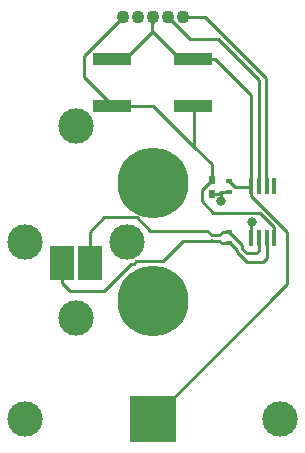
<source format=gbr>
%TF.GenerationSoftware,KiCad,Pcbnew,(6.99.0-1656-g034b57d9c0)*%
%TF.CreationDate,2022-05-27T10:29:39-07:00*%
%TF.ProjectId,GymTimer,47796d54-696d-4657-922e-6b696361645f,rev?*%
%TF.SameCoordinates,Original*%
%TF.FileFunction,Copper,L1,Top*%
%TF.FilePolarity,Positive*%
%FSLAX46Y46*%
G04 Gerber Fmt 4.6, Leading zero omitted, Abs format (unit mm)*
G04 Created by KiCad (PCBNEW (6.99.0-1656-g034b57d9c0)) date 2022-05-27 10:29:39*
%MOMM*%
%LPD*%
G01*
G04 APERTURE LIST*
G04 Aperture macros list*
%AMOutline4P*
0 Free polygon, 4 corners , with rotation*
0 The origin of the aperture is its center*
0 number of corners: always 4*
0 $1 to $8 corner X, Y*
0 $9 Rotation angle, in degrees counterclockwise*
0 create outline with 4 corners*
4,1,4,$1,$2,$3,$4,$5,$6,$7,$8,$1,$2,$9*%
G04 Aperture macros list end*
%TA.AperFunction,SMDPad,CuDef*%
%ADD10R,0.600000X0.450000*%
%TD*%
%TA.AperFunction,SMDPad,CuDef*%
%ADD11R,0.610000X0.635000*%
%TD*%
%TA.AperFunction,ComponentPad*%
%ADD12C,3.000000*%
%TD*%
%TA.AperFunction,SMDPad,CuDef*%
%ADD13R,2.000000X3.000000*%
%TD*%
%TA.AperFunction,SMDPad,CuDef*%
%ADD14R,0.450000X1.450000*%
%TD*%
%TA.AperFunction,SMDPad,CuDef*%
%ADD15R,3.200000X1.000000*%
%TD*%
%TA.AperFunction,ComponentPad*%
%ADD16C,1.100000*%
%TD*%
%TA.AperFunction,SMDPad,CuDef*%
%ADD17Outline4P,-1.980000X1.980000X1.980000X1.980000X1.980000X-1.980000X-1.980000X-1.980000X0.000000*%
%TD*%
%TA.AperFunction,SMDPad,CuDef*%
%ADD18R,0.280000X0.200000*%
%TD*%
%TA.AperFunction,ComponentPad*%
%ADD19C,6.000000*%
%TD*%
%TA.AperFunction,ViaPad*%
%ADD20C,0.800000*%
%TD*%
%TA.AperFunction,Conductor*%
%ADD21C,0.250000*%
%TD*%
G04 APERTURE END LIST*
D10*
%TO.P,C1,1,1*%
%TO.N,3V*%
X114449999Y-94999999D03*
%TO.P,C1,2,2*%
%TO.N,GND*%
X114449999Y-94049999D03*
%TD*%
D11*
%TO.P,R1,1,1*%
%TO.N,3V*%
X112949999Y-95146999D03*
%TO.P,R1,2,2*%
%TO.N,Net-(P1-Pad1)*%
X112949999Y-93952999D03*
%TD*%
D10*
%TO.P,C2,1,1*%
%TO.N,Net-(C2-Pad1)*%
X114449999Y-99334999D03*
%TO.P,C2,2,2*%
%TO.N,Net-(C2-Pad2)*%
X114449999Y-98384999D03*
%TD*%
D12*
%TO.P,M1,*%
%TO.N,*%
X97150000Y-99200000D03*
X101450000Y-89400000D03*
X101450000Y-105700000D03*
X105750000Y-99200000D03*
D13*
%TO.P,M1,1,+*%
%TO.N,Net-(C2-Pad2)*%
X102649999Y-100999999D03*
%TO.P,M1,2,-*%
%TO.N,Net-(C2-Pad1)*%
X100249999Y-100999999D03*
%TD*%
D14*
%TO.P,U1,1,VDD*%
%TO.N,3V*%
X116299999Y-98899999D03*
%TO.P,U1,2,RA5*%
%TO.N,Net-(C2-Pad2)*%
X116949999Y-98899999D03*
%TO.P,U1,3,RA4*%
%TO.N,Net-(C2-Pad1)*%
X117599999Y-98899999D03*
%TO.P,U1,4,RA3/MCLR/VPP*%
%TO.N,Net-(P1-Pad1)*%
X118249999Y-98899999D03*
%TO.P,U1,5,RA2*%
%TO.N,Net-(U1-Pad5)*%
X118249999Y-94499999D03*
%TO.P,U1,6,RA1/ICSPCLK*%
%TO.N,Net-(P1-Pad5)*%
X117599999Y-94499999D03*
%TO.P,U1,7,RA0/ICSPDAT*%
%TO.N,Net-(P1-Pad4)*%
X116949999Y-94499999D03*
%TO.P,U1,8,VSS*%
%TO.N,GND*%
X116299999Y-94499999D03*
%TD*%
D15*
%TO.P,S1,1,A*%
%TO.N,GND*%
X111349999Y-83699999D03*
%TO.P,S1,2,A*%
X104549999Y-83699999D03*
%TO.P,S1,3,B*%
%TO.N,Net-(P1-Pad1)*%
X111349999Y-87699999D03*
%TO.P,S1,4,B*%
X104549999Y-87699999D03*
%TD*%
D16*
%TO.P,P1,1,MCLR_N*%
%TO.N,Net-(P1-Pad1)*%
X105410000Y-80200000D03*
%TO.P,P1,2,VDD*%
%TO.N,3V*%
X106680000Y-80200000D03*
%TO.P,P1,3,GND*%
%TO.N,GND*%
X107950000Y-80200000D03*
%TO.P,P1,4,PGD*%
%TO.N,Net-(P1-Pad4)*%
X109220000Y-80200000D03*
%TO.P,P1,5,PGC*%
%TO.N,Net-(P1-Pad5)*%
X110490000Y-80200000D03*
%TD*%
D12*
%TO.P,BT1,1,+*%
%TO.N,3V*%
X97150000Y-114200000D03*
X118750000Y-114200000D03*
D17*
%TO.P,BT1,2,-*%
%TO.N,GND*%
X107949999Y-114199999D03*
%TD*%
D18*
%TO.P,D1,1,1*%
%TO.N,Net-(C2-Pad2)*%
X112949999Y-98659999D03*
%TO.P,D1,2,2*%
%TO.N,Net-(C2-Pad1)*%
X112949999Y-99059999D03*
%TD*%
D19*
%TO.P,REF\u002A\u002A,1*%
%TO.N,N/C*%
X107950000Y-104200000D03*
X107950000Y-94200000D03*
%TD*%
D20*
%TO.N,3V*%
X113770000Y-95790000D03*
X116330000Y-97550000D03*
%TD*%
D21*
%TO.N,Net-(C2-Pad1)*%
X117630000Y-100550000D02*
X117630000Y-98860000D01*
X117270000Y-100910000D02*
X117630000Y-100550000D01*
X115950000Y-100910000D02*
X117270000Y-100910000D01*
X115080000Y-100040000D02*
X115950000Y-100910000D01*
X115080000Y-99900000D02*
X115080000Y-100040000D01*
X114530000Y-99350000D02*
X115080000Y-99900000D01*
X113830000Y-99350000D02*
X114530000Y-99350000D01*
X113610000Y-99130000D02*
X113830000Y-99350000D01*
X110550000Y-99130000D02*
X113610000Y-99130000D01*
X106117100Y-101080000D02*
X106368430Y-101080000D01*
X103817100Y-103380000D02*
X106117100Y-101080000D01*
X106368430Y-101080000D02*
X106572941Y-100875489D01*
X100930000Y-103380000D02*
X103817100Y-103380000D01*
X108804511Y-100875489D02*
X110550000Y-99130000D01*
X100250000Y-102700000D02*
X100930000Y-103380000D01*
X106572941Y-100875489D02*
X108804511Y-100875489D01*
X100250000Y-101000000D02*
X100250000Y-102700000D01*
%TO.N,3V*%
X113750000Y-95770000D02*
X113770000Y-95790000D01*
X112950000Y-95147000D02*
X113603000Y-95147000D01*
X113603000Y-95147000D02*
X113750000Y-95000000D01*
X113750000Y-95000000D02*
X113750000Y-95770000D01*
X116300000Y-97580000D02*
X116330000Y-97550000D01*
X113750000Y-95000000D02*
X114450000Y-95000000D01*
X116300000Y-98900000D02*
X116300000Y-97580000D01*
%TO.N,GND*%
X119340000Y-98378590D02*
X116300000Y-95338590D01*
X115160000Y-94540000D02*
X116300000Y-94540000D01*
X107920000Y-81230000D02*
X107920000Y-81430000D01*
X111350000Y-83700000D02*
X113200000Y-83700000D01*
X116270000Y-86770000D02*
X116270000Y-94600000D01*
X116300000Y-94540000D02*
X116310000Y-94530000D01*
X111350000Y-83700000D02*
X110270000Y-83700000D01*
X110270000Y-83700000D02*
X107950000Y-81430000D01*
X119340000Y-102810000D02*
X119340000Y-98378590D01*
X107950000Y-80200000D02*
X107920000Y-81230000D01*
X107920000Y-81430000D02*
X105820000Y-83530000D01*
X113200000Y-83700000D02*
X116270000Y-86770000D01*
X116300000Y-95338590D02*
X116300000Y-94520000D01*
X107950000Y-114200000D02*
X119340000Y-102810000D01*
X115160000Y-94540000D02*
X114920000Y-94540000D01*
X114920000Y-94540000D02*
X114460000Y-94080000D01*
%TO.N,Net-(C2-Pad2)*%
X116950000Y-98900000D02*
X116950000Y-99950000D01*
X116950000Y-99950000D02*
X116700000Y-100200000D01*
X113900000Y-98380000D02*
X113610000Y-98670000D01*
X102650000Y-101000000D02*
X102650000Y-98350000D01*
X112570000Y-98260000D02*
X107720000Y-98260000D01*
X115530010Y-99450010D02*
X114460000Y-98380000D01*
X114460000Y-98380000D02*
X113900000Y-98380000D01*
X107720000Y-98260000D02*
X106610000Y-97150000D01*
X113580000Y-98640000D02*
X112980000Y-98640000D01*
X116700000Y-100200000D02*
X115950000Y-100200000D01*
X114450000Y-98385000D02*
X114495010Y-98339990D01*
X106610000Y-97150000D02*
X103850000Y-97150000D01*
X113610000Y-98670000D02*
X113580000Y-98640000D01*
X112570000Y-98260000D02*
X112950000Y-98640000D01*
X102650000Y-98350000D02*
X103850000Y-97150000D01*
X112980000Y-98640000D02*
X112960000Y-98660000D01*
X115950000Y-100200000D02*
X115530010Y-99780010D01*
X115530010Y-99780010D02*
X115530010Y-99450010D01*
%TO.N,Net-(P1-Pad5)*%
X117570000Y-85360000D02*
X117570000Y-94510000D01*
X110490000Y-80200000D02*
X112410000Y-80200000D01*
X112410000Y-80200000D02*
X117570000Y-85360000D01*
%TO.N,Net-(P1-Pad4)*%
X109220000Y-80200000D02*
X111095001Y-82075001D01*
X111095001Y-82075001D02*
X113485001Y-82075001D01*
X116930000Y-85520000D02*
X116930000Y-94600000D01*
X113485001Y-82075001D02*
X116930000Y-85520000D01*
%TO.N,Net-(P1-Pad1)*%
X108025000Y-87700000D02*
X111480000Y-91155000D01*
X104550000Y-87700000D02*
X108025000Y-87700000D01*
X111480000Y-91155000D02*
X111480000Y-87740000D01*
X118250000Y-98900000D02*
X118250000Y-97925000D01*
X102120000Y-83490000D02*
X102120000Y-85250000D01*
X105410000Y-80200000D02*
X102120000Y-83490000D01*
X102120000Y-85250000D02*
X104600000Y-87730000D01*
X112950000Y-93960000D02*
X112940000Y-93970000D01*
X112950000Y-92625000D02*
X112950000Y-93960000D01*
X112110000Y-94820000D02*
X112960000Y-93970000D01*
X112950000Y-92625000D02*
X112877500Y-92552500D01*
X112110000Y-95780000D02*
X112110000Y-94820000D01*
X112877500Y-92552500D02*
X111480000Y-91155000D01*
X113090000Y-96760000D02*
X112110000Y-95780000D01*
X118250000Y-97925000D02*
X117085000Y-96760000D01*
X117085000Y-96760000D02*
X113090000Y-96760000D01*
%TD*%
M02*

</source>
